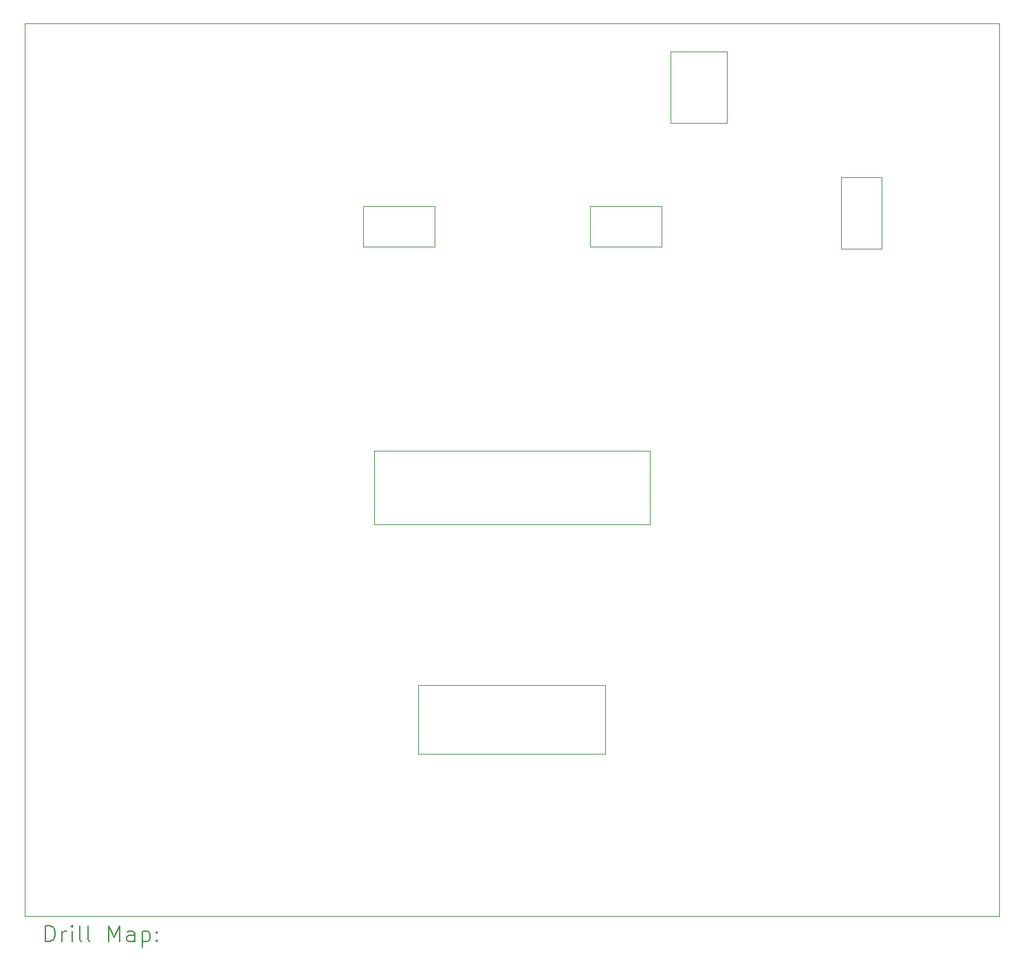
<source format=gbr>
%TF.GenerationSoftware,KiCad,Pcbnew,8.0.2*%
%TF.CreationDate,2024-05-27T11:10:39+02:00*%
%TF.ProjectId,Motor_Board_L476RG,4d6f746f-725f-4426-9f61-72645f4c3437,rev?*%
%TF.SameCoordinates,Original*%
%TF.FileFunction,Drillmap*%
%TF.FilePolarity,Positive*%
%FSLAX45Y45*%
G04 Gerber Fmt 4.5, Leading zero omitted, Abs format (unit mm)*
G04 Created by KiCad (PCBNEW 8.0.2) date 2024-05-27 11:10:39*
%MOMM*%
%LPD*%
G01*
G04 APERTURE LIST*
%ADD10C,0.050000*%
%ADD11C,0.200000*%
G04 APERTURE END LIST*
D10*
X22400000Y-5950000D02*
X22900000Y-5950000D01*
X22900000Y-6830000D01*
X22400000Y-6830000D01*
X22400000Y-5950000D01*
X20300000Y-4400000D02*
X21000000Y-4400000D01*
X21000000Y-5280000D01*
X20300000Y-5280000D01*
X20300000Y-4400000D01*
X19310000Y-6300000D02*
X20190000Y-6300000D01*
X20190000Y-6800000D01*
X19310000Y-6800000D01*
X19310000Y-6300000D01*
X12350000Y-4050000D02*
X24350000Y-4050000D01*
X24350000Y-15050000D01*
X12350000Y-15050000D01*
X12350000Y-4050000D01*
X16650000Y-9320000D02*
X20050000Y-9320000D01*
X20050000Y-10220000D01*
X16650000Y-10220000D01*
X16650000Y-9320000D01*
X17197500Y-12200000D02*
X19497500Y-12200000D01*
X19497500Y-13050000D01*
X17197500Y-13050000D01*
X17197500Y-12200000D01*
X16520000Y-6300000D02*
X17400000Y-6300000D01*
X17400000Y-6800000D01*
X16520000Y-6800000D01*
X16520000Y-6300000D01*
D11*
X12608277Y-15363984D02*
X12608277Y-15163984D01*
X12608277Y-15163984D02*
X12655896Y-15163984D01*
X12655896Y-15163984D02*
X12684467Y-15173508D01*
X12684467Y-15173508D02*
X12703515Y-15192555D01*
X12703515Y-15192555D02*
X12713039Y-15211603D01*
X12713039Y-15211603D02*
X12722562Y-15249698D01*
X12722562Y-15249698D02*
X12722562Y-15278269D01*
X12722562Y-15278269D02*
X12713039Y-15316365D01*
X12713039Y-15316365D02*
X12703515Y-15335412D01*
X12703515Y-15335412D02*
X12684467Y-15354460D01*
X12684467Y-15354460D02*
X12655896Y-15363984D01*
X12655896Y-15363984D02*
X12608277Y-15363984D01*
X12808277Y-15363984D02*
X12808277Y-15230650D01*
X12808277Y-15268746D02*
X12817801Y-15249698D01*
X12817801Y-15249698D02*
X12827324Y-15240174D01*
X12827324Y-15240174D02*
X12846372Y-15230650D01*
X12846372Y-15230650D02*
X12865420Y-15230650D01*
X12932086Y-15363984D02*
X12932086Y-15230650D01*
X12932086Y-15163984D02*
X12922562Y-15173508D01*
X12922562Y-15173508D02*
X12932086Y-15183031D01*
X12932086Y-15183031D02*
X12941610Y-15173508D01*
X12941610Y-15173508D02*
X12932086Y-15163984D01*
X12932086Y-15163984D02*
X12932086Y-15183031D01*
X13055896Y-15363984D02*
X13036848Y-15354460D01*
X13036848Y-15354460D02*
X13027324Y-15335412D01*
X13027324Y-15335412D02*
X13027324Y-15163984D01*
X13160658Y-15363984D02*
X13141610Y-15354460D01*
X13141610Y-15354460D02*
X13132086Y-15335412D01*
X13132086Y-15335412D02*
X13132086Y-15163984D01*
X13389229Y-15363984D02*
X13389229Y-15163984D01*
X13389229Y-15163984D02*
X13455896Y-15306841D01*
X13455896Y-15306841D02*
X13522562Y-15163984D01*
X13522562Y-15163984D02*
X13522562Y-15363984D01*
X13703515Y-15363984D02*
X13703515Y-15259222D01*
X13703515Y-15259222D02*
X13693991Y-15240174D01*
X13693991Y-15240174D02*
X13674943Y-15230650D01*
X13674943Y-15230650D02*
X13636848Y-15230650D01*
X13636848Y-15230650D02*
X13617801Y-15240174D01*
X13703515Y-15354460D02*
X13684467Y-15363984D01*
X13684467Y-15363984D02*
X13636848Y-15363984D01*
X13636848Y-15363984D02*
X13617801Y-15354460D01*
X13617801Y-15354460D02*
X13608277Y-15335412D01*
X13608277Y-15335412D02*
X13608277Y-15316365D01*
X13608277Y-15316365D02*
X13617801Y-15297317D01*
X13617801Y-15297317D02*
X13636848Y-15287793D01*
X13636848Y-15287793D02*
X13684467Y-15287793D01*
X13684467Y-15287793D02*
X13703515Y-15278269D01*
X13798753Y-15230650D02*
X13798753Y-15430650D01*
X13798753Y-15240174D02*
X13817801Y-15230650D01*
X13817801Y-15230650D02*
X13855896Y-15230650D01*
X13855896Y-15230650D02*
X13874943Y-15240174D01*
X13874943Y-15240174D02*
X13884467Y-15249698D01*
X13884467Y-15249698D02*
X13893991Y-15268746D01*
X13893991Y-15268746D02*
X13893991Y-15325888D01*
X13893991Y-15325888D02*
X13884467Y-15344936D01*
X13884467Y-15344936D02*
X13874943Y-15354460D01*
X13874943Y-15354460D02*
X13855896Y-15363984D01*
X13855896Y-15363984D02*
X13817801Y-15363984D01*
X13817801Y-15363984D02*
X13798753Y-15354460D01*
X13979705Y-15344936D02*
X13989229Y-15354460D01*
X13989229Y-15354460D02*
X13979705Y-15363984D01*
X13979705Y-15363984D02*
X13970182Y-15354460D01*
X13970182Y-15354460D02*
X13979705Y-15344936D01*
X13979705Y-15344936D02*
X13979705Y-15363984D01*
X13979705Y-15240174D02*
X13989229Y-15249698D01*
X13989229Y-15249698D02*
X13979705Y-15259222D01*
X13979705Y-15259222D02*
X13970182Y-15249698D01*
X13970182Y-15249698D02*
X13979705Y-15240174D01*
X13979705Y-15240174D02*
X13979705Y-15259222D01*
M02*

</source>
